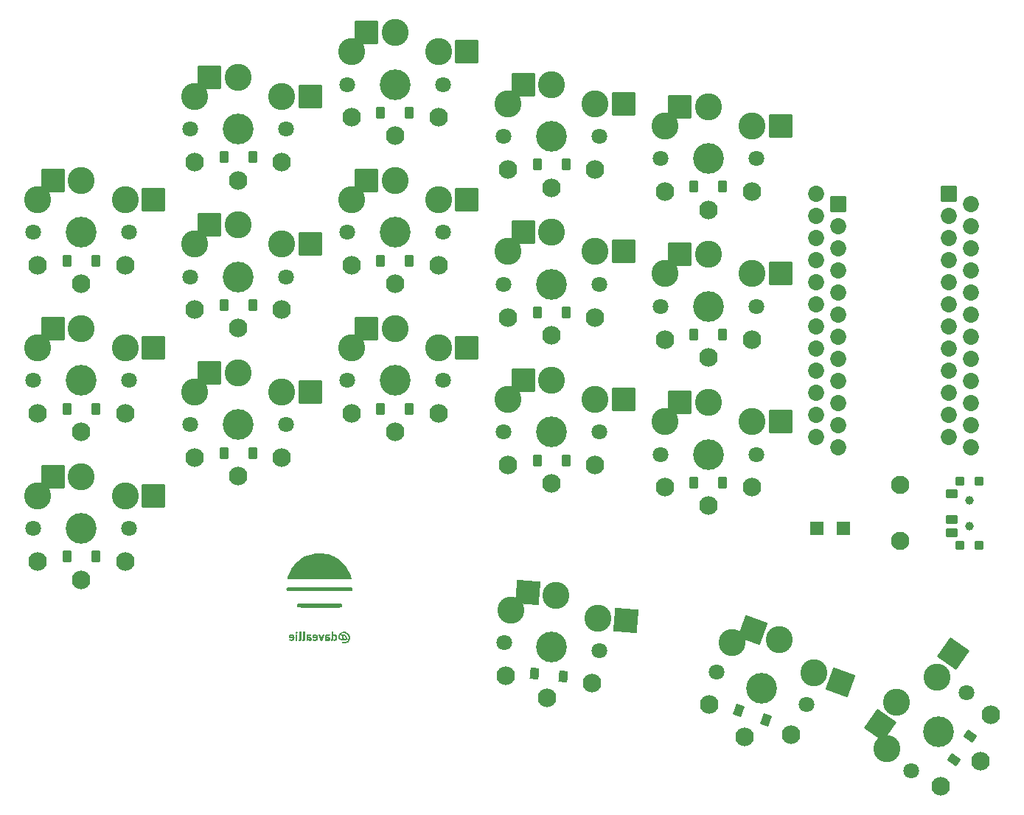
<source format=gbr>
%TF.GenerationSoftware,KiCad,Pcbnew,(6.0.7-1)-1*%
%TF.CreationDate,2022-09-04T19:21:53+10:00*%
%TF.ProjectId,Dusk 36,4475736b-2033-4362-9e6b-696361645f70,v1.0.0*%
%TF.SameCoordinates,Original*%
%TF.FileFunction,Soldermask,Bot*%
%TF.FilePolarity,Negative*%
%FSLAX46Y46*%
G04 Gerber Fmt 4.6, Leading zero omitted, Abs format (unit mm)*
G04 Created by KiCad (PCBNEW (6.0.7-1)-1) date 2022-09-04 19:21:53*
%MOMM*%
%LPD*%
G01*
G04 APERTURE LIST*
G04 Aperture macros list*
%AMRoundRect*
0 Rectangle with rounded corners*
0 $1 Rounding radius*
0 $2 $3 $4 $5 $6 $7 $8 $9 X,Y pos of 4 corners*
0 Add a 4 corners polygon primitive as box body*
4,1,4,$2,$3,$4,$5,$6,$7,$8,$9,$2,$3,0*
0 Add four circle primitives for the rounded corners*
1,1,$1+$1,$2,$3*
1,1,$1+$1,$4,$5*
1,1,$1+$1,$6,$7*
1,1,$1+$1,$8,$9*
0 Add four rect primitives between the rounded corners*
20,1,$1+$1,$2,$3,$4,$5,0*
20,1,$1+$1,$4,$5,$6,$7,0*
20,1,$1+$1,$6,$7,$8,$9,0*
20,1,$1+$1,$8,$9,$2,$3,0*%
G04 Aperture macros list end*
%ADD10C,1.000000*%
%ADD11C,2.100000*%
%ADD12C,1.801800*%
%ADD13C,3.529000*%
%ADD14C,2.132000*%
%ADD15C,3.100000*%
%ADD16RoundRect,0.050000X-1.300000X-1.300000X1.300000X-1.300000X1.300000X1.300000X-1.300000X1.300000X0*%
%ADD17RoundRect,0.050000X-0.450000X-0.600000X0.450000X-0.600000X0.450000X0.600000X-0.450000X0.600000X0*%
%ADD18RoundRect,0.050000X-0.500581X-0.558497X0.395994X-0.636937X0.500581X0.558497X-0.395994X0.636937X0*%
%ADD19RoundRect,0.050000X-1.666227X-0.776974X0.776974X-1.666227X1.666227X0.776974X-0.776974X1.666227X0*%
%ADD20RoundRect,0.050000X0.233382X-0.712764X0.749601X0.024473X-0.233382X0.712764X-0.749601X-0.024473X0*%
%ADD21RoundRect,0.050000X-0.750000X-0.750000X0.750000X-0.750000X0.750000X0.750000X-0.750000X0.750000X0*%
%ADD22RoundRect,0.050000X-0.876300X0.876300X-0.876300X-0.876300X0.876300X-0.876300X0.876300X0.876300X0*%
%ADD23C,1.852600*%
%ADD24RoundRect,0.050000X0.319248X-1.810547X1.810547X0.319248X-0.319248X1.810547X-1.810547X-0.319248X0*%
%ADD25RoundRect,0.050000X-1.408356X-1.181751X1.181751X-1.408356X1.408356X1.181751X-1.181751X1.408356X0*%
%ADD26RoundRect,0.050000X-0.628074X-0.409907X0.217650X-0.717725X0.628074X0.409907X-0.217650X0.717725X0*%
%ADD27RoundRect,0.050000X-0.450000X0.450000X-0.450000X-0.450000X0.450000X-0.450000X0.450000X0.450000X0*%
%ADD28RoundRect,0.050000X-0.625000X0.450000X-0.625000X-0.450000X0.625000X-0.450000X0.625000X0.450000X0*%
G04 APERTURE END LIST*
%TO.C,G\u002A\u002A\u002A*%
G36*
X166795637Y-114238302D02*
G01*
X167072464Y-114238332D01*
X167323316Y-114238400D01*
X167549506Y-114238522D01*
X167752346Y-114238711D01*
X167933148Y-114238985D01*
X168093224Y-114239358D01*
X168233886Y-114239844D01*
X168356446Y-114240461D01*
X168462216Y-114241222D01*
X168552509Y-114242143D01*
X168628636Y-114243240D01*
X168691909Y-114244527D01*
X168743641Y-114246020D01*
X168785144Y-114247734D01*
X168817729Y-114249685D01*
X168842710Y-114251887D01*
X168861397Y-114254356D01*
X168875103Y-114257107D01*
X168885141Y-114260156D01*
X168892821Y-114263518D01*
X168899457Y-114267207D01*
X168959664Y-114314255D01*
X168996671Y-114373917D01*
X169012567Y-114450927D01*
X169013191Y-114462061D01*
X169003909Y-114544043D01*
X168970785Y-114611958D01*
X168915908Y-114662840D01*
X168841367Y-114693728D01*
X168823861Y-114694902D01*
X168778601Y-114696095D01*
X168707417Y-114697219D01*
X168611850Y-114698267D01*
X168493445Y-114699233D01*
X168353744Y-114700112D01*
X168194291Y-114700898D01*
X168016629Y-114701585D01*
X167822301Y-114702167D01*
X167612851Y-114702638D01*
X167389821Y-114702992D01*
X167154755Y-114703223D01*
X166909196Y-114703325D01*
X166654688Y-114703293D01*
X166392772Y-114703120D01*
X166105559Y-114702844D01*
X165821891Y-114702538D01*
X165564599Y-114702209D01*
X165332367Y-114701843D01*
X165123879Y-114701424D01*
X164937816Y-114700939D01*
X164772861Y-114700372D01*
X164627699Y-114699708D01*
X164501011Y-114698933D01*
X164391482Y-114698031D01*
X164297793Y-114696988D01*
X164218627Y-114695789D01*
X164152669Y-114694420D01*
X164098600Y-114692865D01*
X164055104Y-114691109D01*
X164020864Y-114689138D01*
X163994562Y-114686937D01*
X163974882Y-114684491D01*
X163960507Y-114681786D01*
X163950119Y-114678806D01*
X163942402Y-114675536D01*
X163888058Y-114635560D01*
X163843130Y-114572337D01*
X163818506Y-114495763D01*
X163816761Y-114455479D01*
X163833280Y-114384658D01*
X163870906Y-114320289D01*
X163925358Y-114271366D01*
X163978544Y-114238294D01*
X166491524Y-114238294D01*
X166795637Y-114238302D01*
G37*
G36*
X169587660Y-118300224D02*
G01*
X169562351Y-118380621D01*
X169543058Y-118411826D01*
X169494201Y-118455776D01*
X169434282Y-118475868D01*
X169366978Y-118471979D01*
X169295968Y-118443989D01*
X169224928Y-118391775D01*
X169220485Y-118387683D01*
X169187168Y-118357867D01*
X169169455Y-118345926D01*
X169162433Y-118350063D01*
X169161184Y-118368480D01*
X169161118Y-118370671D01*
X169149472Y-118405224D01*
X169123875Y-118438990D01*
X169112567Y-118448925D01*
X169085876Y-118464614D01*
X169050887Y-118471641D01*
X168997381Y-118472733D01*
X168898169Y-118459127D01*
X168801050Y-118420533D01*
X168716448Y-118360366D01*
X168649040Y-118281996D01*
X168603500Y-118188793D01*
X168594359Y-118157254D01*
X168579605Y-118045465D01*
X168587767Y-117927806D01*
X168617823Y-117811858D01*
X168668749Y-117705201D01*
X168708262Y-117654088D01*
X168783274Y-117590313D01*
X168877628Y-117536345D01*
X168986025Y-117495062D01*
X169103169Y-117469340D01*
X169245034Y-117461910D01*
X169381491Y-117479869D01*
X169507731Y-117521480D01*
X169621295Y-117584672D01*
X169719724Y-117667373D01*
X169800560Y-117767509D01*
X169861343Y-117883010D01*
X169899616Y-118011804D01*
X169912920Y-118151817D01*
X169912055Y-118195097D01*
X169895876Y-118329516D01*
X169858385Y-118446479D01*
X169798471Y-118548726D01*
X169715018Y-118639000D01*
X169648725Y-118689585D01*
X169532842Y-118748099D01*
X169398545Y-118784933D01*
X169347942Y-118790772D01*
X169269152Y-118792790D01*
X169184511Y-118789327D01*
X169105521Y-118780926D01*
X169043685Y-118768133D01*
X169026397Y-118762472D01*
X169000466Y-118748129D01*
X168990907Y-118726339D01*
X168996403Y-118690883D01*
X169015641Y-118635539D01*
X169027512Y-118610453D01*
X169045062Y-118600971D01*
X169078133Y-118606626D01*
X169090791Y-118609098D01*
X169135921Y-118613943D01*
X169196277Y-118617275D01*
X169262380Y-118618483D01*
X169279366Y-118618425D01*
X169345183Y-118616563D01*
X169393949Y-118610847D01*
X169435410Y-118599599D01*
X169479314Y-118581142D01*
X169561396Y-118532915D01*
X169637200Y-118459934D01*
X169694646Y-118365701D01*
X169713169Y-118321316D01*
X169724757Y-118277599D01*
X169730386Y-118225979D01*
X169731915Y-118155995D01*
X169731824Y-118128237D01*
X169729635Y-118069163D01*
X169722890Y-118024012D01*
X169709405Y-117981895D01*
X169686995Y-117931920D01*
X169662819Y-117886550D01*
X169589562Y-117788605D01*
X169499655Y-117712817D01*
X169395661Y-117660267D01*
X169280145Y-117632036D01*
X169155669Y-117629204D01*
X169024796Y-117652851D01*
X169019622Y-117654318D01*
X168962468Y-117675116D01*
X168914958Y-117704568D01*
X168864337Y-117750432D01*
X168813056Y-117809885D01*
X168779305Y-117872175D01*
X168761636Y-117944213D01*
X168756721Y-118034792D01*
X168757316Y-118056631D01*
X168769860Y-118139795D01*
X168796676Y-118210174D01*
X168835123Y-118263796D01*
X168882558Y-118296688D01*
X168936339Y-118304877D01*
X168964752Y-118299213D01*
X168979156Y-118283035D01*
X168984911Y-118247268D01*
X168985016Y-118232330D01*
X168981426Y-118186576D01*
X168973766Y-118122744D01*
X168963018Y-118047496D01*
X168954944Y-117997254D01*
X169137122Y-117997254D01*
X169139107Y-118029301D01*
X169147524Y-118082192D01*
X169154900Y-118120365D01*
X169168974Y-118166991D01*
X169190571Y-118204269D01*
X169225520Y-118244316D01*
X169244529Y-118262870D01*
X169295649Y-118298859D01*
X169338772Y-118308731D01*
X169371545Y-118293244D01*
X169391617Y-118253154D01*
X169396637Y-118189218D01*
X169392126Y-118150276D01*
X169371309Y-118084145D01*
X169337654Y-118027079D01*
X169295217Y-117982851D01*
X169248051Y-117955239D01*
X169200212Y-117948016D01*
X169155756Y-117964957D01*
X169154544Y-117965854D01*
X169142093Y-117978592D01*
X169137122Y-117997254D01*
X168954944Y-117997254D01*
X168950161Y-117967495D01*
X168936175Y-117889403D01*
X168922040Y-117819882D01*
X168920511Y-117798568D01*
X168933515Y-117789322D01*
X168968223Y-117787355D01*
X168973010Y-117787446D01*
X169015864Y-117794989D01*
X169047638Y-117810945D01*
X169063766Y-117823790D01*
X169082303Y-117826130D01*
X169109708Y-117810945D01*
X169154114Y-117794340D01*
X169214621Y-117788022D01*
X169279296Y-117792451D01*
X169336662Y-117807787D01*
X169356817Y-117817192D01*
X169429360Y-117868609D01*
X169491339Y-117939438D01*
X169540457Y-118023848D01*
X169574415Y-118116004D01*
X169587258Y-118189218D01*
X169590916Y-118210074D01*
X169587660Y-118300224D01*
G37*
G36*
X166536327Y-117993360D02*
G01*
X166551221Y-118040630D01*
X166573473Y-118111304D01*
X166591772Y-118169489D01*
X166604537Y-118210156D01*
X166610187Y-118228277D01*
X166613208Y-118230577D01*
X166615706Y-118212509D01*
X166616620Y-118205993D01*
X166625063Y-118172874D01*
X166640874Y-118120552D01*
X166662276Y-118054753D01*
X166687492Y-117981205D01*
X166758137Y-117780127D01*
X166875426Y-117775928D01*
X166893303Y-117775395D01*
X166944012Y-117775222D01*
X166979409Y-117777163D01*
X166992715Y-117780931D01*
X166992709Y-117781034D01*
X166986850Y-117797089D01*
X166971052Y-117836034D01*
X166946793Y-117894341D01*
X166915550Y-117968483D01*
X166878803Y-118054930D01*
X166838029Y-118150156D01*
X166683343Y-118510178D01*
X166550995Y-118510178D01*
X166402956Y-118152381D01*
X166363848Y-118057452D01*
X166328508Y-117970879D01*
X166298531Y-117896630D01*
X166275357Y-117838297D01*
X166260425Y-117799470D01*
X166255176Y-117783741D01*
X166255481Y-117782943D01*
X166272381Y-117777852D01*
X166309993Y-117774259D01*
X166361140Y-117772899D01*
X166466843Y-117772899D01*
X166536327Y-117993360D01*
G37*
G36*
X168401386Y-118350482D02*
G01*
X168361889Y-118428738D01*
X168354970Y-118437459D01*
X168317946Y-118470427D01*
X168273542Y-118497089D01*
X168270314Y-118498532D01*
X168187113Y-118522022D01*
X168102784Y-118522468D01*
X168024556Y-118500774D01*
X167959655Y-118457844D01*
X167921870Y-118421805D01*
X167913032Y-118465992D01*
X167907827Y-118487314D01*
X167896838Y-118502916D01*
X167873423Y-118509087D01*
X167829343Y-118510178D01*
X167754490Y-118510178D01*
X167763861Y-118347543D01*
X167765039Y-118324352D01*
X167767664Y-118251407D01*
X167769927Y-118159160D01*
X167770689Y-118114257D01*
X167975755Y-118114257D01*
X167975826Y-118153776D01*
X167976792Y-118213604D01*
X167979748Y-118253641D01*
X167985762Y-118279954D01*
X167995903Y-118298609D01*
X168011239Y-118315673D01*
X168047260Y-118340261D01*
X168101106Y-118350293D01*
X168154201Y-118334784D01*
X168162607Y-118329056D01*
X168192783Y-118289807D01*
X168212130Y-118233061D01*
X168220738Y-118166237D01*
X168218696Y-118096755D01*
X168206091Y-118032033D01*
X168183013Y-117979491D01*
X168149552Y-117946547D01*
X168129542Y-117938118D01*
X168069736Y-117929135D01*
X168008212Y-117938023D01*
X167998950Y-117941402D01*
X167988026Y-117949586D01*
X167981210Y-117965724D01*
X167977536Y-117995056D01*
X167976039Y-118042820D01*
X167975755Y-118114257D01*
X167770689Y-118114257D01*
X167771704Y-118054384D01*
X167772869Y-117943852D01*
X167773299Y-117834338D01*
X167773364Y-117483769D01*
X167975755Y-117483769D01*
X167975755Y-117755130D01*
X168082497Y-117754442D01*
X168160757Y-117759034D01*
X168247921Y-117781909D01*
X168316852Y-117824975D01*
X168369970Y-117889371D01*
X168400646Y-117954252D01*
X168424880Y-118049790D01*
X168433001Y-118153008D01*
X168431989Y-118166237D01*
X168425130Y-118255905D01*
X168401386Y-118350482D01*
G37*
G36*
X163870120Y-118510178D02*
G01*
X163667730Y-118510178D01*
X163667730Y-117772899D01*
X163870120Y-117772899D01*
X163870120Y-118510178D01*
G37*
G36*
X166557035Y-108451576D02*
G01*
X166705751Y-108458404D01*
X166835458Y-108469806D01*
X167157171Y-108521281D01*
X167474445Y-108600264D01*
X167781222Y-108705333D01*
X168076201Y-108835619D01*
X168358080Y-108990254D01*
X168625557Y-109168372D01*
X168877329Y-109369102D01*
X169112096Y-109591578D01*
X169328556Y-109834931D01*
X169525405Y-110098293D01*
X169701343Y-110380796D01*
X169752192Y-110475518D01*
X169831695Y-110641947D01*
X169907510Y-110821716D01*
X169976128Y-111005780D01*
X170034037Y-111185096D01*
X170077729Y-111350616D01*
X170098290Y-111440969D01*
X162702008Y-111440969D01*
X162723837Y-111343388D01*
X162723978Y-111342759D01*
X162765085Y-111185900D01*
X162820492Y-111014254D01*
X162886963Y-110835980D01*
X162961265Y-110659236D01*
X163040163Y-110492182D01*
X163120423Y-110342974D01*
X163270479Y-110104522D01*
X163467215Y-109840252D01*
X163683551Y-109596109D01*
X163918193Y-109372945D01*
X164169847Y-109171612D01*
X164437218Y-108992963D01*
X164719013Y-108837850D01*
X165013937Y-108707126D01*
X165320696Y-108601642D01*
X165637996Y-108522251D01*
X165964543Y-108469806D01*
X166092221Y-108458536D01*
X166240731Y-108451642D01*
X166398848Y-108449322D01*
X166557035Y-108451576D01*
G37*
G36*
X163853781Y-117480275D02*
G01*
X163887009Y-117514848D01*
X163899033Y-117565520D01*
X163893190Y-117602472D01*
X163870120Y-117642790D01*
X163833160Y-117664282D01*
X163780802Y-117672508D01*
X163727363Y-117665145D01*
X163684912Y-117642227D01*
X163670665Y-117626158D01*
X163652803Y-117581198D01*
X163658571Y-117535371D01*
X163685871Y-117496199D01*
X163732604Y-117471207D01*
X163740786Y-117469101D01*
X163803618Y-117464220D01*
X163853781Y-117480275D01*
G37*
G36*
X164318190Y-117928305D02*
G01*
X164317696Y-118051339D01*
X164316264Y-118165228D01*
X164313991Y-118262906D01*
X164310974Y-118341199D01*
X164307307Y-118396932D01*
X164303088Y-118426930D01*
X164285699Y-118466688D01*
X164248957Y-118502247D01*
X164211389Y-118515363D01*
X164148776Y-118523045D01*
X164079310Y-118520815D01*
X164014365Y-118508374D01*
X163996304Y-118502771D01*
X163971765Y-118490646D01*
X163964131Y-118470684D01*
X163966895Y-118432478D01*
X163968813Y-118416082D01*
X163975910Y-118370255D01*
X163985454Y-118346218D01*
X164001082Y-118338397D01*
X164026430Y-118341218D01*
X164044426Y-118344646D01*
X164063587Y-118346187D01*
X164078535Y-118341790D01*
X164089839Y-118328585D01*
X164098066Y-118303699D01*
X164103782Y-118264261D01*
X164107555Y-118207398D01*
X164109953Y-118130240D01*
X164111543Y-118029914D01*
X164112891Y-117903549D01*
X164117131Y-117483769D01*
X164318270Y-117483769D01*
X164318190Y-117928305D01*
G37*
G36*
X167655034Y-118281226D02*
G01*
X167649857Y-118366774D01*
X167623260Y-118432979D01*
X167575090Y-118480080D01*
X167505195Y-118508314D01*
X167478453Y-118513323D01*
X167395307Y-118514044D01*
X167318827Y-118493586D01*
X167257150Y-118453740D01*
X167244327Y-118441768D01*
X167222777Y-118426442D01*
X167211229Y-118434205D01*
X167202334Y-118466809D01*
X167201379Y-118471105D01*
X167194337Y-118493289D01*
X167181078Y-118504934D01*
X167154038Y-118509433D01*
X167105651Y-118510178D01*
X167018494Y-118510178D01*
X167030459Y-118470423D01*
X167033789Y-118449211D01*
X167037304Y-118402022D01*
X167040142Y-118336140D01*
X167042073Y-118257104D01*
X167042283Y-118234220D01*
X167238475Y-118234220D01*
X167248031Y-118273179D01*
X167282954Y-118313731D01*
X167330670Y-118343257D01*
X167379821Y-118348191D01*
X167426987Y-118324683D01*
X167450427Y-118296343D01*
X167450620Y-118262107D01*
X167449514Y-118258183D01*
X167423625Y-118222164D01*
X167374025Y-118199811D01*
X167302849Y-118192136D01*
X167280407Y-118192346D01*
X167251861Y-118195993D01*
X167240509Y-118208235D01*
X167238475Y-118234220D01*
X167042283Y-118234220D01*
X167042869Y-118170451D01*
X167043023Y-118118053D01*
X167043824Y-118036734D01*
X167045673Y-117977076D01*
X167049029Y-117934308D01*
X167054350Y-117903659D01*
X167062093Y-117880359D01*
X167072718Y-117859637D01*
X167080038Y-117847781D01*
X167117519Y-117805664D01*
X167167517Y-117778111D01*
X167235070Y-117763106D01*
X167325214Y-117758636D01*
X167341192Y-117758838D01*
X167408134Y-117762849D01*
X167476002Y-117771023D01*
X167537340Y-117782080D01*
X167584693Y-117794736D01*
X167610605Y-117807711D01*
X167611175Y-117808486D01*
X167611409Y-117828360D01*
X167604372Y-117863476D01*
X167593033Y-117903268D01*
X167580361Y-117937172D01*
X167569324Y-117954624D01*
X167564310Y-117955988D01*
X167536532Y-117954270D01*
X167496776Y-117945860D01*
X167474838Y-117940862D01*
X167416373Y-117932061D01*
X167357498Y-117927747D01*
X167315827Y-117929189D01*
X167270522Y-117942778D01*
X167245904Y-117972605D01*
X167238475Y-118021421D01*
X167238479Y-118024259D01*
X167240346Y-118045791D01*
X167250375Y-118057037D01*
X167275485Y-118061337D01*
X167322590Y-118062028D01*
X167371003Y-118064213D01*
X167461995Y-118079883D01*
X167542176Y-118108462D01*
X167603020Y-118147355D01*
X167616914Y-118160454D01*
X167637674Y-118187765D01*
X167648753Y-118222104D01*
X167653217Y-118262107D01*
X167654590Y-118274408D01*
X167655034Y-118281226D01*
G37*
G36*
X165509982Y-118364032D02*
G01*
X165479844Y-118431915D01*
X165428051Y-118480945D01*
X165355159Y-118510374D01*
X165296605Y-118517005D01*
X165211420Y-118504159D01*
X165132498Y-118466504D01*
X165072110Y-118425518D01*
X165057354Y-118467848D01*
X165049788Y-118486771D01*
X165036090Y-118502463D01*
X165010967Y-118508921D01*
X164965686Y-118510178D01*
X164888774Y-118510178D01*
X164892976Y-118253576D01*
X164893469Y-118225305D01*
X165098919Y-118225305D01*
X165101810Y-118262048D01*
X165119492Y-118301540D01*
X165157779Y-118330007D01*
X165182263Y-118341064D01*
X165233646Y-118349915D01*
X165274842Y-118333086D01*
X165304145Y-118297441D01*
X165307117Y-118262356D01*
X165285993Y-118231356D01*
X165243117Y-118207875D01*
X165180831Y-118195348D01*
X165179165Y-118195210D01*
X165133619Y-118192177D01*
X165109702Y-118194485D01*
X165100455Y-118204679D01*
X165098919Y-118225305D01*
X164893469Y-118225305D01*
X164893849Y-118203559D01*
X164896254Y-118100226D01*
X164899424Y-118020346D01*
X164903826Y-117960047D01*
X164909924Y-117915457D01*
X164918185Y-117882704D01*
X164929075Y-117857915D01*
X164943059Y-117837218D01*
X164970493Y-117809048D01*
X165021812Y-117779877D01*
X165090763Y-117763537D01*
X165182156Y-117758442D01*
X165219203Y-117759669D01*
X165281266Y-117765336D01*
X165345281Y-117774408D01*
X165403549Y-117785550D01*
X165448369Y-117797427D01*
X165472041Y-117808703D01*
X165472251Y-117817166D01*
X165465743Y-117846649D01*
X165453022Y-117888791D01*
X165440921Y-117923403D01*
X165427883Y-117948846D01*
X165412854Y-117956860D01*
X165390110Y-117953316D01*
X165371972Y-117949213D01*
X165325643Y-117940628D01*
X165273326Y-117932509D01*
X165247589Y-117929348D01*
X165178793Y-117927538D01*
X165132750Y-117939813D01*
X165106960Y-117967303D01*
X165098919Y-118011135D01*
X165098919Y-118057896D01*
X165214385Y-118065810D01*
X165320057Y-118081088D01*
X165405958Y-118111859D01*
X165467949Y-118157504D01*
X165505519Y-118217640D01*
X165513130Y-118262356D01*
X165518157Y-118291888D01*
X165509982Y-118364032D01*
G37*
G36*
X164737508Y-118440120D02*
G01*
X164695250Y-118482377D01*
X164688940Y-118488558D01*
X164659161Y-118511543D01*
X164625671Y-118522070D01*
X164575985Y-118524554D01*
X164550816Y-118523839D01*
X164491905Y-118518250D01*
X164443060Y-118508947D01*
X164426836Y-118504319D01*
X164400071Y-118492833D01*
X164392026Y-118474804D01*
X164395917Y-118440360D01*
X164396692Y-118435571D01*
X164402418Y-118392622D01*
X164404850Y-118360314D01*
X164405366Y-118352533D01*
X164415523Y-118339247D01*
X164444610Y-118340900D01*
X164476581Y-118342524D01*
X164509665Y-118334849D01*
X164513740Y-118332212D01*
X164520277Y-118324119D01*
X164525336Y-118309343D01*
X164529103Y-118284707D01*
X164531767Y-118247037D01*
X164533513Y-118193157D01*
X164534529Y-118119890D01*
X164535001Y-118024063D01*
X164535117Y-117902498D01*
X164535117Y-117483769D01*
X164737508Y-117483769D01*
X164737508Y-118440120D01*
G37*
G36*
X163530386Y-118214739D02*
G01*
X163510998Y-118307736D01*
X163477380Y-118389042D01*
X163429839Y-118451750D01*
X163425374Y-118455719D01*
X163385867Y-118482498D01*
X163340216Y-118504402D01*
X163291632Y-118516226D01*
X163214656Y-118521725D01*
X163129674Y-118517403D01*
X163047122Y-118503908D01*
X162977434Y-118481888D01*
X162944864Y-118467193D01*
X162913614Y-118451728D01*
X162901537Y-118443730D01*
X162901674Y-118441867D01*
X162910027Y-118418222D01*
X162927486Y-118383757D01*
X162948671Y-118347708D01*
X162968206Y-118319307D01*
X162980712Y-118307788D01*
X163000810Y-118314398D01*
X163030988Y-118332085D01*
X163060974Y-118345484D01*
X163115661Y-118355418D01*
X163177801Y-118356332D01*
X163235876Y-118347366D01*
X163263085Y-118334795D01*
X163300951Y-118293881D01*
X163325991Y-118231891D01*
X163335782Y-118192136D01*
X163120206Y-118192136D01*
X163084993Y-118192180D01*
X163007643Y-118191951D01*
X162953543Y-118189226D01*
X162918567Y-118181486D01*
X162898591Y-118166213D01*
X162889488Y-118140887D01*
X162887132Y-118102990D01*
X162887398Y-118050003D01*
X162888012Y-118027836D01*
X163075015Y-118027836D01*
X163076080Y-118043220D01*
X163083180Y-118053835D01*
X163102037Y-118059447D01*
X163138369Y-118061648D01*
X163197895Y-118062028D01*
X163209283Y-118062010D01*
X163270184Y-118060335D01*
X163306197Y-118053854D01*
X163320793Y-118039642D01*
X163317445Y-118014773D01*
X163299625Y-117976323D01*
X163297501Y-117972306D01*
X163272175Y-117938769D01*
X163237142Y-117922022D01*
X163183305Y-117917463D01*
X163166394Y-117919096D01*
X163120976Y-117940167D01*
X163087842Y-117979139D01*
X163075015Y-118027836D01*
X162888012Y-118027836D01*
X162888148Y-118022939D01*
X162902633Y-117930804D01*
X162934672Y-117857338D01*
X162983110Y-117805490D01*
X163043924Y-117772712D01*
X163130475Y-117750789D01*
X163222026Y-117749365D01*
X163311525Y-117767628D01*
X163391923Y-117804765D01*
X163456168Y-117859965D01*
X163459491Y-117864011D01*
X163500097Y-117934688D01*
X163525243Y-118021307D01*
X163527159Y-118039642D01*
X163535237Y-118116960D01*
X163530386Y-118214739D01*
G37*
G36*
X166881283Y-112344502D02*
G01*
X167228953Y-112344518D01*
X167550132Y-112344556D01*
X167845886Y-112344622D01*
X168117282Y-112344725D01*
X168365388Y-112344874D01*
X168591270Y-112345078D01*
X168795995Y-112345344D01*
X168980630Y-112345681D01*
X169146241Y-112346097D01*
X169293896Y-112346601D01*
X169424662Y-112347201D01*
X169539605Y-112347905D01*
X169639792Y-112348722D01*
X169726291Y-112349660D01*
X169800167Y-112350727D01*
X169862489Y-112351933D01*
X169914322Y-112353284D01*
X169956734Y-112354790D01*
X169990791Y-112356460D01*
X170017561Y-112358300D01*
X170038110Y-112360321D01*
X170053506Y-112362529D01*
X170064814Y-112364934D01*
X170073102Y-112367543D01*
X170079438Y-112370366D01*
X170084887Y-112373411D01*
X170137346Y-112412964D01*
X170179401Y-112473566D01*
X170198434Y-112550490D01*
X170199585Y-112569925D01*
X170188293Y-112649449D01*
X170152798Y-112717405D01*
X170096212Y-112769382D01*
X170021646Y-112800971D01*
X170018807Y-112801281D01*
X169991412Y-112802199D01*
X169936758Y-112803076D01*
X169856089Y-112803911D01*
X169750652Y-112804699D01*
X169621690Y-112805439D01*
X169470451Y-112806126D01*
X169298178Y-112806760D01*
X169106116Y-112807335D01*
X168895512Y-112807851D01*
X168667610Y-112808304D01*
X168423655Y-112808690D01*
X168164892Y-112809008D01*
X167892567Y-112809254D01*
X167607925Y-112809426D01*
X167312211Y-112809520D01*
X167006670Y-112809534D01*
X166692547Y-112809465D01*
X166371088Y-112809310D01*
X162764201Y-112807105D01*
X162709540Y-112773121D01*
X162692370Y-112761368D01*
X162638284Y-112703729D01*
X162607148Y-112631648D01*
X162601567Y-112550490D01*
X162615260Y-112486878D01*
X162652742Y-112423439D01*
X162715114Y-112373411D01*
X162716557Y-112372567D01*
X162722140Y-112369584D01*
X162728897Y-112366819D01*
X162737895Y-112364265D01*
X162750201Y-112361914D01*
X162766881Y-112359758D01*
X162789003Y-112357787D01*
X162817633Y-112355993D01*
X162853838Y-112354369D01*
X162898686Y-112352905D01*
X162953243Y-112351593D01*
X163018576Y-112350426D01*
X163095751Y-112349394D01*
X163185836Y-112348490D01*
X163289898Y-112347704D01*
X163409003Y-112347029D01*
X163544219Y-112346456D01*
X163696611Y-112345976D01*
X163867248Y-112345583D01*
X164057196Y-112345266D01*
X164267522Y-112345017D01*
X164499292Y-112344829D01*
X164753575Y-112344693D01*
X165031435Y-112344600D01*
X165333941Y-112344543D01*
X165662160Y-112344512D01*
X166017157Y-112344500D01*
X166400001Y-112344498D01*
X166506054Y-112344498D01*
X166881283Y-112344502D01*
G37*
G36*
X166237602Y-118177139D02*
G01*
X166233031Y-118228973D01*
X166211400Y-118329277D01*
X166173291Y-118407336D01*
X166117687Y-118464857D01*
X166043574Y-118503548D01*
X166020805Y-118510423D01*
X165944904Y-118521693D01*
X165859725Y-118521485D01*
X165774563Y-118510768D01*
X165698709Y-118490509D01*
X165641457Y-118461675D01*
X165629578Y-118452462D01*
X165620956Y-118438954D01*
X165624665Y-118418331D01*
X165640604Y-118381028D01*
X165648800Y-118363555D01*
X165666418Y-118330461D01*
X165678224Y-118314369D01*
X165684934Y-118313807D01*
X165712665Y-118320917D01*
X165751610Y-118336434D01*
X165773250Y-118345865D01*
X165823304Y-118361654D01*
X165869524Y-118362760D01*
X165926688Y-118350359D01*
X165965157Y-118334377D01*
X166006547Y-118294371D01*
X166031949Y-118231891D01*
X166041723Y-118192136D01*
X165608509Y-118192136D01*
X165599474Y-118146959D01*
X165590247Y-118065791D01*
X165590552Y-118062028D01*
X165774759Y-118062028D01*
X166034580Y-118062028D01*
X166027741Y-118026255D01*
X166026165Y-118019095D01*
X165999636Y-117966606D01*
X165954178Y-117930742D01*
X165896955Y-117917463D01*
X165895452Y-117917468D01*
X165841066Y-117928043D01*
X165804680Y-117960208D01*
X165783966Y-118015993D01*
X165774759Y-118062028D01*
X165590552Y-118062028D01*
X165597913Y-117971349D01*
X165625382Y-117888495D01*
X165671361Y-117823049D01*
X165728551Y-117781457D01*
X165806463Y-117753605D01*
X165892779Y-117745136D01*
X165980768Y-117755886D01*
X166063702Y-117785690D01*
X166134850Y-117834382D01*
X166148307Y-117847412D01*
X166194763Y-117907972D01*
X166224153Y-117979853D01*
X166237018Y-118062028D01*
X166237945Y-118067946D01*
X166237602Y-118177139D01*
G37*
%TD*%
D10*
%TO.C,T1*%
X241061444Y-102341167D03*
X241061444Y-105341167D03*
%TD*%
D11*
%TO.C,B1*%
X233061447Y-107041164D03*
X233061447Y-100641164D03*
%TD*%
D12*
%TO.C,S36*%
X234358669Y-133463698D03*
X240668009Y-124453026D03*
D13*
X237513339Y-128958362D03*
D14*
X243493999Y-127042192D03*
X237758235Y-135233713D03*
X242346336Y-132342463D03*
X242346336Y-132342463D03*
%TD*%
D13*
%TO.C,S16*%
X175061439Y-71591167D03*
D12*
X169561439Y-71591167D03*
X180561439Y-71591167D03*
D14*
X180061439Y-75391167D03*
X170061439Y-75391167D03*
X175061439Y-77491167D03*
X175061439Y-77491167D03*
%TD*%
D15*
%TO.C,S19*%
X188061453Y-90791169D03*
X193061453Y-88591169D03*
X198061453Y-90791169D03*
D12*
X198561453Y-94541169D03*
D13*
X193061453Y-94541169D03*
D12*
X187561453Y-94541169D03*
D15*
X193061453Y-88591169D03*
D16*
X189786453Y-88591169D03*
X201336453Y-90791169D03*
%TD*%
D17*
%TO.C,D6*%
X155411442Y-62941168D03*
X158711442Y-62941168D03*
%TD*%
D12*
%TO.C,S28*%
X216561440Y-80091175D03*
D13*
X211061440Y-80091175D03*
D12*
X205561440Y-80091175D03*
D14*
X206061440Y-83891175D03*
X216061440Y-83891175D03*
X211061440Y-85991175D03*
X211061440Y-85991175D03*
%TD*%
D15*
%TO.C,S7*%
X157061442Y-87741167D03*
X157061442Y-87741167D03*
X162061442Y-89941167D03*
D12*
X162561442Y-93691167D03*
D15*
X152061442Y-89941167D03*
D13*
X157061442Y-93691167D03*
D12*
X151561442Y-93691167D03*
D16*
X153786442Y-87741167D03*
X165336442Y-89941167D03*
%TD*%
D18*
%TO.C,D16*%
X191134474Y-122284995D03*
X194421916Y-122572609D03*
%TD*%
D12*
%TO.C,S25*%
X216561452Y-97091167D03*
D15*
X211061452Y-91141167D03*
X216061452Y-93341167D03*
D13*
X211061452Y-97091167D03*
D12*
X205561452Y-97091167D03*
D15*
X206061452Y-93341167D03*
X211061452Y-91141167D03*
D16*
X207786452Y-91141167D03*
X219336452Y-93341167D03*
%TD*%
D17*
%TO.C,D1*%
X137411446Y-108841166D03*
X140711446Y-108841166D03*
%TD*%
D13*
%TO.C,S13*%
X175061443Y-88591173D03*
D15*
X180061443Y-84841173D03*
D12*
X169561443Y-88591173D03*
D15*
X175061443Y-82641173D03*
X175061443Y-82641173D03*
X170061443Y-84841173D03*
D12*
X180561443Y-88591173D03*
D16*
X171786443Y-82641173D03*
X183336443Y-84841173D03*
%TD*%
D17*
%TO.C,D8*%
X173411442Y-74841174D03*
X176711442Y-74841174D03*
%TD*%
%TO.C,D3*%
X137411449Y-74841168D03*
X140711449Y-74841168D03*
%TD*%
%TO.C,D5*%
X155411445Y-79941170D03*
X158711445Y-79941170D03*
%TD*%
D13*
%TO.C,S18*%
X175061444Y-54591168D03*
D12*
X180561444Y-54591168D03*
X169561444Y-54591168D03*
D14*
X180061444Y-58391168D03*
X170061444Y-58391168D03*
X175061444Y-60491168D03*
X175061444Y-60491168D03*
%TD*%
D15*
%TO.C,S5*%
X144061438Y-67841166D03*
D12*
X133561438Y-71591166D03*
X144561438Y-71591166D03*
D13*
X139061438Y-71591166D03*
D15*
X134061438Y-67841166D03*
X139061438Y-65641166D03*
X139061438Y-65641166D03*
D16*
X135786438Y-65641166D03*
X147336438Y-67841166D03*
%TD*%
D12*
%TO.C,S33*%
X212030762Y-122107749D03*
D13*
X217199071Y-123988860D03*
D12*
X222367380Y-125869971D03*
D15*
X219234091Y-118397689D03*
X223180110Y-122175113D03*
X213783183Y-118754912D03*
X219234091Y-118397689D03*
D19*
X216156598Y-117277573D03*
X226257603Y-123295229D03*
%TD*%
D20*
%TO.C,D18*%
X239229194Y-132174088D03*
X241121996Y-129470886D03*
%TD*%
D12*
%TO.C,S20*%
X187561453Y-94541169D03*
D13*
X193061453Y-94541169D03*
D12*
X198561453Y-94541169D03*
D14*
X188061453Y-98341169D03*
X198061453Y-98341169D03*
X193061453Y-100441169D03*
X193061453Y-100441169D03*
%TD*%
D12*
%TO.C,S17*%
X180561444Y-54591168D03*
D15*
X175061444Y-48641168D03*
D13*
X175061444Y-54591168D03*
D15*
X170061444Y-50841168D03*
X175061444Y-48641168D03*
X180061444Y-50841168D03*
D12*
X169561444Y-54591168D03*
D16*
X171786444Y-48641168D03*
X183336444Y-50841168D03*
%TD*%
D13*
%TO.C,S21*%
X193061439Y-77541169D03*
D15*
X193061439Y-71591169D03*
D12*
X187561439Y-77541169D03*
D15*
X193061439Y-71591169D03*
X188061439Y-73791169D03*
X198061439Y-73791169D03*
D12*
X198561439Y-77541169D03*
D16*
X189786439Y-71591169D03*
X201336439Y-73791169D03*
%TD*%
D21*
%TO.C,PAD1*%
X226561441Y-105591169D03*
%TD*%
D15*
%TO.C,S3*%
X139061447Y-82641163D03*
X139061447Y-82641163D03*
D12*
X144561447Y-88591163D03*
D15*
X134061447Y-84841163D03*
D12*
X133561447Y-88591163D03*
D13*
X139061447Y-88591163D03*
D15*
X144061447Y-84841163D03*
D16*
X135786447Y-82641163D03*
X147336447Y-84841163D03*
%TD*%
D17*
%TO.C,D12*%
X191411444Y-63791175D03*
X194711444Y-63791175D03*
%TD*%
D12*
%TO.C,S1*%
X133561440Y-105591160D03*
D15*
X139061440Y-99641160D03*
D13*
X139061440Y-105591160D03*
D15*
X139061440Y-99641160D03*
D12*
X144561440Y-105591160D03*
D15*
X144061440Y-101841160D03*
X134061440Y-101841160D03*
D16*
X135786440Y-99641160D03*
X147336440Y-101841160D03*
%TD*%
D15*
%TO.C,S15*%
X175061439Y-65641167D03*
X180061439Y-67841167D03*
X170061439Y-67841167D03*
D12*
X169561439Y-71591167D03*
X180561439Y-71591167D03*
D15*
X175061439Y-65641167D03*
D13*
X175061439Y-71591167D03*
D16*
X171786439Y-65641167D03*
X183336439Y-67841167D03*
%TD*%
D12*
%TO.C,S26*%
X216561452Y-97091167D03*
D13*
X211061452Y-97091167D03*
D12*
X205561452Y-97091167D03*
D14*
X216061452Y-100891167D03*
X206061452Y-100891167D03*
X211061452Y-102991167D03*
X211061452Y-102991167D03*
%TD*%
D22*
%TO.C,MCU1*%
X238681438Y-67121172D03*
D23*
X238681438Y-69661172D03*
X238681438Y-72201172D03*
X238681438Y-74741172D03*
X238681438Y-77281172D03*
X238681438Y-79821172D03*
X238681438Y-82361172D03*
X238681438Y-84901172D03*
X238681438Y-87441172D03*
X238681438Y-89981172D03*
X238681438Y-92521172D03*
X238681438Y-95061172D03*
X223441438Y-67121172D03*
X223441438Y-69661172D03*
X223441438Y-72201172D03*
X223441438Y-74741172D03*
X223441438Y-77281172D03*
X223441438Y-79821172D03*
X223441438Y-82361172D03*
X223441438Y-84901172D03*
X223441438Y-87441172D03*
X223441438Y-89981172D03*
X223441438Y-92521172D03*
X223441438Y-95061172D03*
%TD*%
D15*
%TO.C,S35*%
X231573637Y-130903211D03*
D13*
X237513339Y-128958362D03*
D15*
X232639384Y-125545582D03*
X232639384Y-125545582D03*
D12*
X234358669Y-133463698D03*
D15*
X237309401Y-122711690D03*
D12*
X240668009Y-124453026D03*
D24*
X230760922Y-128228305D03*
X239187864Y-120028967D03*
%TD*%
D12*
%TO.C,S24*%
X187561438Y-60541167D03*
D13*
X193061438Y-60541167D03*
D12*
X198561438Y-60541167D03*
D14*
X198061438Y-64341167D03*
X188061438Y-64341167D03*
X193061438Y-66441167D03*
X193061438Y-66441167D03*
%TD*%
D12*
%TO.C,S2*%
X144561440Y-105591160D03*
X133561440Y-105591160D03*
D13*
X139061440Y-105591160D03*
D14*
X144061440Y-109391160D03*
X134061440Y-109391160D03*
X139061440Y-111491160D03*
X139061440Y-111491160D03*
%TD*%
D13*
%TO.C,S27*%
X211061440Y-80091175D03*
D12*
X205561440Y-80091175D03*
D15*
X216061440Y-76341175D03*
X206061440Y-76341175D03*
X211061440Y-74141175D03*
D12*
X216561440Y-80091175D03*
D15*
X211061440Y-74141175D03*
D16*
X207786440Y-74141175D03*
X219336440Y-76341175D03*
%TD*%
D15*
%TO.C,S31*%
X188407305Y-115019666D03*
D13*
X193061444Y-119191175D03*
D12*
X198540515Y-119670532D03*
D15*
X193580021Y-113263817D03*
X198369252Y-115891224D03*
D12*
X187582373Y-118711818D03*
D15*
X193580021Y-113263817D03*
D25*
X190317483Y-112978381D03*
X201631789Y-116176659D03*
%TD*%
D13*
%TO.C,S4*%
X139061447Y-88591163D03*
D12*
X133561447Y-88591163D03*
X144561447Y-88591163D03*
D14*
X134061447Y-92391163D03*
X144061447Y-92391163D03*
X139061447Y-94491163D03*
X139061447Y-94491163D03*
%TD*%
D12*
%TO.C,S22*%
X187561439Y-77541169D03*
X198561439Y-77541169D03*
D13*
X193061439Y-77541169D03*
D14*
X188061439Y-81341169D03*
X198061439Y-81341169D03*
X193061439Y-83441169D03*
X193061439Y-83441169D03*
%TD*%
D13*
%TO.C,S14*%
X175061443Y-88591173D03*
D12*
X169561443Y-88591173D03*
X180561443Y-88591173D03*
D14*
X170061443Y-92391173D03*
X180061443Y-92391173D03*
X175061443Y-94491173D03*
X175061443Y-94491173D03*
%TD*%
D17*
%TO.C,D15*%
X209411447Y-66341168D03*
X212711447Y-66341168D03*
%TD*%
%TO.C,D13*%
X209411444Y-100341176D03*
X212711444Y-100341176D03*
%TD*%
D26*
%TO.C,D17*%
X214537016Y-126478525D03*
X217638002Y-127607191D03*
%TD*%
D13*
%TO.C,S8*%
X157061442Y-93691167D03*
D12*
X151561442Y-93691167D03*
X162561442Y-93691167D03*
D14*
X162061442Y-97491167D03*
X152061442Y-97491167D03*
X157061442Y-99591167D03*
X157061442Y-99591167D03*
%TD*%
D12*
%TO.C,S32*%
X198540515Y-119670532D03*
D13*
X193061444Y-119191175D03*
D12*
X187582373Y-118711818D03*
D14*
X197711226Y-123412494D03*
X187749279Y-122540936D03*
X192547225Y-125068724D03*
X192547225Y-125068724D03*
%TD*%
D17*
%TO.C,D11*%
X191411444Y-80791162D03*
X194711444Y-80791162D03*
%TD*%
D15*
%TO.C,S11*%
X152061439Y-55941165D03*
X157061439Y-53741165D03*
D12*
X151561439Y-59691165D03*
D15*
X162061439Y-55941165D03*
D12*
X162561439Y-59691165D03*
D15*
X157061439Y-53741165D03*
D13*
X157061439Y-59691165D03*
D16*
X153786439Y-53741165D03*
X165336439Y-55941165D03*
%TD*%
D10*
%TO.C,T2*%
X241061444Y-105341167D03*
D27*
X239961444Y-100141167D03*
X242161444Y-100141167D03*
D10*
X241061444Y-102341167D03*
D27*
X239961444Y-107541167D03*
X242161444Y-107541167D03*
D28*
X238986444Y-101591167D03*
X238986444Y-104591167D03*
X238986444Y-106091167D03*
%TD*%
D15*
%TO.C,S23*%
X188061438Y-56791167D03*
X198061438Y-56791167D03*
D13*
X193061438Y-60541167D03*
D12*
X198561438Y-60541167D03*
X187561438Y-60541167D03*
D15*
X193061438Y-54591167D03*
X193061438Y-54591167D03*
D16*
X189786438Y-54591167D03*
X201336438Y-56791167D03*
%TD*%
D21*
%TO.C,PAD2*%
X223561448Y-105591175D03*
%TD*%
D17*
%TO.C,D14*%
X209411440Y-83341165D03*
X212711440Y-83341165D03*
%TD*%
%TO.C,D7*%
X173411437Y-91841170D03*
X176711437Y-91841170D03*
%TD*%
%TO.C,D10*%
X191411448Y-97791167D03*
X194711448Y-97791167D03*
%TD*%
D12*
%TO.C,S30*%
X216561446Y-63091168D03*
D13*
X211061446Y-63091168D03*
D12*
X205561446Y-63091168D03*
D14*
X206061446Y-66891168D03*
X216061446Y-66891168D03*
X211061446Y-68991168D03*
X211061446Y-68991168D03*
%TD*%
D12*
%TO.C,S9*%
X162561445Y-76691170D03*
X151561445Y-76691170D03*
D15*
X162061445Y-72941170D03*
D13*
X157061445Y-76691170D03*
D15*
X157061445Y-70741170D03*
X157061445Y-70741170D03*
X152061445Y-72941170D03*
D16*
X153786445Y-70741170D03*
X165336445Y-72941170D03*
%TD*%
D12*
%TO.C,S34*%
X222367380Y-125869971D03*
D13*
X217199071Y-123988860D03*
D12*
X212030762Y-122107749D03*
D14*
X211200931Y-125849591D03*
X220597858Y-129269793D03*
X215181152Y-129533046D03*
X215181152Y-129533046D03*
%TD*%
D13*
%TO.C,S12*%
X157061439Y-59691165D03*
D12*
X162561439Y-59691165D03*
X151561439Y-59691165D03*
D14*
X152061439Y-63491165D03*
X162061439Y-63491165D03*
X157061439Y-65591165D03*
X157061439Y-65591165D03*
%TD*%
D17*
%TO.C,D4*%
X155411444Y-96941166D03*
X158711444Y-96941166D03*
%TD*%
%TO.C,D9*%
X173411442Y-57841165D03*
X176711442Y-57841165D03*
%TD*%
%TO.C,D2*%
X137411440Y-91841171D03*
X140711440Y-91841171D03*
%TD*%
D12*
%TO.C,S10*%
X151561445Y-76691170D03*
D13*
X157061445Y-76691170D03*
D12*
X162561445Y-76691170D03*
D14*
X152061445Y-80491170D03*
X162061445Y-80491170D03*
X157061445Y-82591170D03*
X157061445Y-82591170D03*
%TD*%
D12*
%TO.C,S29*%
X205561446Y-63091168D03*
D15*
X211061446Y-57141168D03*
X211061446Y-57141168D03*
X206061446Y-59341168D03*
D13*
X211061446Y-63091168D03*
D15*
X216061446Y-59341168D03*
D12*
X216561446Y-63091168D03*
D16*
X207786446Y-57141168D03*
X219336446Y-59341168D03*
%TD*%
D12*
%TO.C,S6*%
X144561438Y-71591166D03*
D13*
X139061438Y-71591166D03*
D12*
X133561438Y-71591166D03*
D14*
X134061438Y-75391166D03*
X144061438Y-75391166D03*
X139061438Y-77491166D03*
X139061438Y-77491166D03*
%TD*%
D22*
%TO.C,MCU2*%
X225941442Y-68371168D03*
D23*
X225941442Y-70911168D03*
X225941442Y-73451168D03*
X225941442Y-75991168D03*
X225941442Y-78531168D03*
X225941442Y-81071168D03*
X225941442Y-83611168D03*
X225941442Y-86151168D03*
X225941442Y-88691168D03*
X225941442Y-91231168D03*
X225941442Y-93771168D03*
X225941442Y-96311168D03*
X241181442Y-68371168D03*
X241181442Y-70911168D03*
X241181442Y-73451168D03*
X241181442Y-75991168D03*
X241181442Y-78531168D03*
X241181442Y-81071168D03*
X241181442Y-83611168D03*
X241181442Y-86151168D03*
X241181442Y-88691168D03*
X241181442Y-91231168D03*
X241181442Y-93771168D03*
X241181442Y-96311168D03*
%TD*%
M02*

</source>
